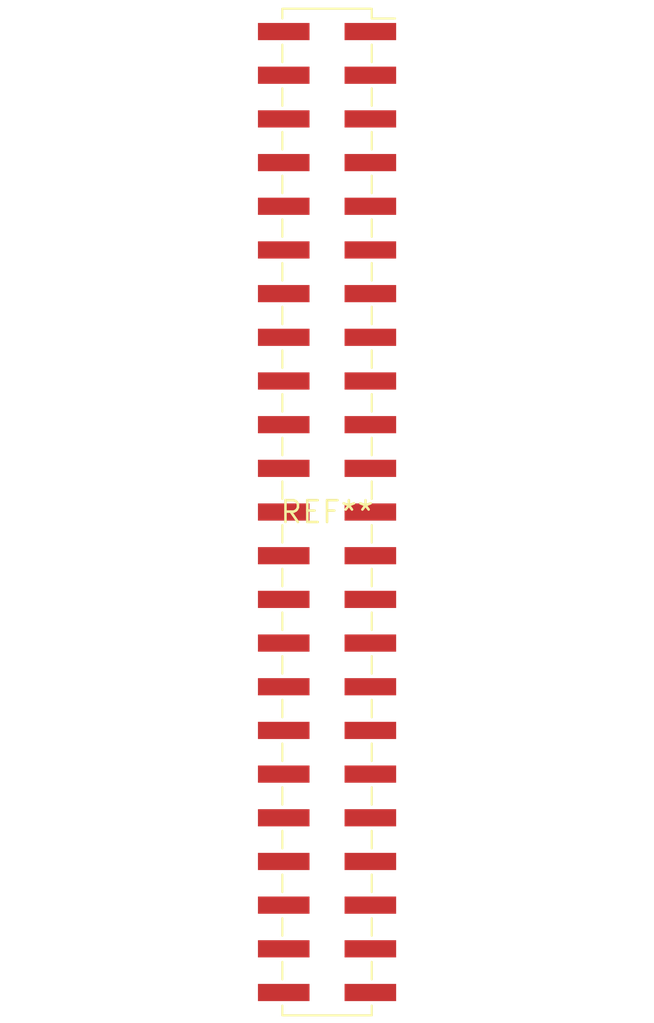
<source format=kicad_pcb>
(kicad_pcb (version 20240108) (generator pcbnew)
  (layers (0 "F.Cu" signal) (31 "B.Cu" signal) (34 "B.Paste" user) (35 "F.Paste" user) (36 "B.SilkS" user "B.Silkscreen") (37 "F.SilkS" user "F.Silkscreen") (38 "B.Mask" user) (39 "F.Mask" user) (44 "Edge.Cuts" user))
  (net 0 "")
  (footprint "PinSocket_2x23_P2.54mm_Vertical_SMD" (layer "F.Cu") (at 0 0)
    (property "Reference" "REF**")
    (property "Value" "PinSocket_2x23_P2.54mm_Vertical_SMD")
    (fp_line (start -2.6 -29.27) (end -2.6 -28.7) (layer "F.SilkS") (stroke (width 0.12)))
    (fp_line (start -2.6 -29.27) (end 2.6 -29.27) (layer "F.SilkS") (stroke (width 0.12)))
    (fp_line (start -2.6 -27.18) (end -2.6 -26.16) (layer "F.SilkS") (stroke (width 0.12)))
    (fp_line (start -2.6 -24.64) (end -2.6 -23.62) (layer "F.SilkS") (stroke (width 0.12)))
    (fp_line (start -2.6 -22.1) (end -2.6 -21.08) (layer "F.SilkS") (stroke (width 0.12)))
    (fp_line (start -2.6 -19.56) (end -2.6 -18.54) (layer "F.SilkS") (stroke (width 0.12)))
    (fp_line (start -2.6 -17.02) (end -2.6 -16) (layer "F.SilkS") (stroke (width 0.12)))
    (fp_line (start -2.6 -14.48) (end -2.6 -13.46) (layer "F.SilkS") (stroke (width 0.12)))
    (fp_line (start -2.6 -11.94) (end -2.6 -10.92) (layer "F.SilkS") (stroke (width 0.12)))
    (fp_line (start -2.6 -9.4) (end -2.6 -8.38) (layer "F.SilkS") (stroke (width 0.12)))
    (fp_line (start -2.6 -6.86) (end -2.6 -5.84) (layer "F.SilkS") (stroke (width 0.12)))
    (fp_line (start -2.6 -4.32) (end -2.6 -3.3) (layer "F.SilkS") (stroke (width 0.12)))
    (fp_line (start -2.6 -1.78) (end -2.6 -0.76) (layer "F.SilkS") (stroke (width 0.12)))
    (fp_line (start -2.6 0.76) (end -2.6 1.78) (layer "F.SilkS") (stroke (width 0.12)))
    (fp_line (start -2.6 3.3) (end -2.6 4.32) (layer "F.SilkS") (stroke (width 0.12)))
    (fp_line (start -2.6 5.84) (end -2.6 6.86) (layer "F.SilkS") (stroke (width 0.12)))
    (fp_line (start -2.6 8.38) (end -2.6 9.4) (layer "F.SilkS") (stroke (width 0.12)))
    (fp_line (start -2.6 10.92) (end -2.6 11.94) (layer "F.SilkS") (stroke (width 0.12)))
    (fp_line (start -2.6 13.46) (end -2.6 14.48) (layer "F.SilkS") (stroke (width 0.12)))
    (fp_line (start -2.6 16) (end -2.6 17.02) (layer "F.SilkS") (stroke (width 0.12)))
    (fp_line (start -2.6 18.54) (end -2.6 19.56) (layer "F.SilkS") (stroke (width 0.12)))
    (fp_line (start -2.6 21.08) (end -2.6 22.1) (layer "F.SilkS") (stroke (width 0.12)))
    (fp_line (start -2.6 23.62) (end -2.6 24.64) (layer "F.SilkS") (stroke (width 0.12)))
    (fp_line (start -2.6 26.16) (end -2.6 27.18) (layer "F.SilkS") (stroke (width 0.12)))
    (fp_line (start -2.6 28.7) (end -2.6 29.27) (layer "F.SilkS") (stroke (width 0.12)))
    (fp_line (start -2.6 29.27) (end 2.6 29.27) (layer "F.SilkS") (stroke (width 0.12)))
    (fp_line (start 2.6 -29.27) (end 2.6 -28.7) (layer "F.SilkS") (stroke (width 0.12)))
    (fp_line (start 2.6 -28.7) (end 3.96 -28.7) (layer "F.SilkS") (stroke (width 0.12)))
    (fp_line (start 2.6 -27.18) (end 2.6 -26.16) (layer "F.SilkS") (stroke (width 0.12)))
    (fp_line (start 2.6 -24.64) (end 2.6 -23.62) (layer "F.SilkS") (stroke (width 0.12)))
    (fp_line (start 2.6 -22.1) (end 2.6 -21.08) (layer "F.SilkS") (stroke (width 0.12)))
    (fp_line (start 2.6 -19.56) (end 2.6 -18.54) (layer "F.SilkS") (stroke (width 0.12)))
    (fp_line (start 2.6 -17.02) (end 2.6 -16) (layer "F.SilkS") (stroke (width 0.12)))
    (fp_line (start 2.6 -14.48) (end 2.6 -13.46) (layer "F.SilkS") (stroke (width 0.12)))
    (fp_line (start 2.6 -11.94) (end 2.6 -10.92) (layer "F.SilkS") (stroke (width 0.12)))
    (fp_line (start 2.6 -9.4) (end 2.6 -8.38) (layer "F.SilkS") (stroke (width 0.12)))
    (fp_line (start 2.6 -6.86) (end 2.6 -5.84) (layer "F.SilkS") (stroke (width 0.12)))
    (fp_line (start 2.6 -4.32) (end 2.6 -3.3) (layer "F.SilkS") (stroke (width 0.12)))
    (fp_line (start 2.6 -1.78) (end 2.6 -0.76) (layer "F.SilkS") (stroke (width 0.12)))
    (fp_line (start 2.6 0.76) (end 2.6 1.78) (layer "F.SilkS") (stroke (width 0.12)))
    (fp_line (start 2.6 3.3) (end 2.6 4.32) (layer "F.SilkS") (stroke (width 0.12)))
    (fp_line (start 2.6 5.84) (end 2.6 6.86) (layer "F.SilkS") (stroke (width 0.12)))
    (fp_line (start 2.6 8.38) (end 2.6 9.4) (layer "F.SilkS") (stroke (width 0.12)))
    (fp_line (start 2.6 10.92) (end 2.6 11.94) (layer "F.SilkS") (stroke (width 0.12)))
    (fp_line (start 2.6 13.46) (end 2.6 14.48) (layer "F.SilkS") (stroke (width 0.12)))
    (fp_line (start 2.6 16) (end 2.6 17.02) (layer "F.SilkS") (stroke (width 0.12)))
    (fp_line (start 2.6 18.54) (end 2.6 19.56) (layer "F.SilkS") (stroke (width 0.12)))
    (fp_line (start 2.6 21.08) (end 2.6 22.1) (layer "F.SilkS") (stroke (width 0.12)))
    (fp_line (start 2.6 23.62) (end 2.6 24.64) (layer "F.SilkS") (stroke (width 0.12)))
    (fp_line (start 2.6 26.16) (end 2.6 27.18) (layer "F.SilkS") (stroke (width 0.12)))
    (fp_line (start 2.6 28.7) (end 2.6 29.27) (layer "F.SilkS") (stroke (width 0.12)))
    (pad "1" smd rect (at 2.52 -27.94) (size 3 1) (layers "F.Cu" "F.Paste" "F.Mask"))
    (pad "2" smd rect (at -2.52 -27.94) (size 3 1) (layers "F.Cu" "F.Paste" "F.Mask"))
    (pad "3" smd rect (at 2.52 -25.4) (size 3 1) (layers "F.Cu" "F.Paste" "F.Mask"))
    (pad "4" smd rect (at -2.52 -25.4) (size 3 1) (layers "F.Cu" "F.Paste" "F.Mask"))
    (pad "5" smd rect (at 2.52 -22.86) (size 3 1) (layers "F.Cu" "F.Paste" "F.Mask"))
    (pad "6" smd rect (at -2.52 -22.86) (size 3 1) (layers "F.Cu" "F.Paste" "F.Mask"))
    (pad "7" smd rect (at 2.52 -20.32) (size 3 1) (layers "F.Cu" "F.Paste" "F.Mask"))
    (pad "8" smd rect (at -2.52 -20.32) (size 3 1) (layers "F.Cu" "F.Paste" "F.Mask"))
    (pad "9" smd rect (at 2.52 -17.78) (size 3 1) (layers "F.Cu" "F.Paste" "F.Mask"))
    (pad "10" smd rect (at -2.52 -17.78) (size 3 1) (layers "F.Cu" "F.Paste" "F.Mask"))
    (pad "11" smd rect (at 2.52 -15.24) (size 3 1) (layers "F.Cu" "F.Paste" "F.Mask"))
    (pad "12" smd rect (at -2.52 -15.24) (size 3 1) (layers "F.Cu" "F.Paste" "F.Mask"))
    (pad "13" smd rect (at 2.52 -12.7) (size 3 1) (layers "F.Cu" "F.Paste" "F.Mask"))
    (pad "14" smd rect (at -2.52 -12.7) (size 3 1) (layers "F.Cu" "F.Paste" "F.Mask"))
    (pad "15" smd rect (at 2.52 -10.16) (size 3 1) (layers "F.Cu" "F.Paste" "F.Mask"))
    (pad "16" smd rect (at -2.52 -10.16) (size 3 1) (layers "F.Cu" "F.Paste" "F.Mask"))
    (pad "17" smd rect (at 2.52 -7.62) (size 3 1) (layers "F.Cu" "F.Paste" "F.Mask"))
    (pad "18" smd rect (at -2.52 -7.62) (size 3 1) (layers "F.Cu" "F.Paste" "F.Mask"))
    (pad "19" smd rect (at 2.52 -5.08) (size 3 1) (layers "F.Cu" "F.Paste" "F.Mask"))
    (pad "20" smd rect (at -2.52 -5.08) (size 3 1) (layers "F.Cu" "F.Paste" "F.Mask"))
    (pad "21" smd rect (at 2.52 -2.54) (size 3 1) (layers "F.Cu" "F.Paste" "F.Mask"))
    (pad "22" smd rect (at -2.52 -2.54) (size 3 1) (layers "F.Cu" "F.Paste" "F.Mask"))
    (pad "23" smd rect (at 2.52 0) (size 3 1) (layers "F.Cu" "F.Paste" "F.Mask"))
    (pad "24" smd rect (at -2.52 0) (size 3 1) (layers "F.Cu" "F.Paste" "F.Mask"))
    (pad "25" smd rect (at 2.52 2.54) (size 3 1) (layers "F.Cu" "F.Paste" "F.Mask"))
    (pad "26" smd rect (at -2.52 2.54) (size 3 1) (layers "F.Cu" "F.Paste" "F.Mask"))
    (pad "27" smd rect (at 2.52 5.08) (size 3 1) (layers "F.Cu" "F.Paste" "F.Mask"))
    (pad "28" smd rect (at -2.52 5.08) (size 3 1) (layers "F.Cu" "F.Paste" "F.Mask"))
    (pad "29" smd rect (at 2.52 7.62) (size 3 1) (layers "F.Cu" "F.Paste" "F.Mask"))
    (pad "30" smd rect (at -2.52 7.62) (size 3 1) (layers "F.Cu" "F.Paste" "F.Mask"))
    (pad "31" smd rect (at 2.52 10.16) (size 3 1) (layers "F.Cu" "F.Paste" "F.Mask"))
    (pad "32" smd rect (at -2.52 10.16) (size 3 1) (layers "F.Cu" "F.Paste" "F.Mask"))
    (pad "33" smd rect (at 2.52 12.7) (size 3 1) (layers "F.Cu" "F.Paste" "F.Mask"))
    (pad "34" smd rect (at -2.52 12.7) (size 3 1) (layers "F.Cu" "F.Paste" "F.Mask"))
    (pad "35" smd rect (at 2.52 15.24) (size 3 1) (layers "F.Cu" "F.Paste" "F.Mask"))
    (pad "36" smd rect (at -2.52 15.24) (size 3 1) (layers "F.Cu" "F.Paste" "F.Mask"))
    (pad "37" smd rect (at 2.52 17.78) (size 3 1) (layers "F.Cu" "F.Paste" "F.Mask"))
    (pad "38" smd rect (at -2.52 17.78) (size 3 1) (layers "F.Cu" "F.Paste" "F.Mask"))
    (pad "39" smd rect (at 2.52 20.32) (size 3 1) (layers "F.Cu" "F.Paste" "F.Mask"))
    (pad "40" smd rect (at -2.52 20.32) (size 3 1) (layers "F.Cu" "F.Paste" "F.Mask"))
    (pad "41" smd rect (at 2.52 22.86) (size 3 1) (layers "F.Cu" "F.Paste" "F.Mask"))
    (pad "42" smd rect (at -2.52 22.86) (size 3 1) (layers "F.Cu" "F.Paste" "F.Mask"))
    (pad "43" smd rect (at 2.52 25.4) (size 3 1) (layers "F.Cu" "F.Paste" "F.Mask"))
    (pad "44" smd rect (at -2.52 25.4) (size 3 1) (layers "F.Cu" "F.Paste" "F.Mask"))
    (pad "45" smd rect (at 2.52 27.94) (size 3 1) (layers "F.Cu" "F.Paste" "F.Mask"))
    (pad "46" smd rect (at -2.52 27.94) (size 3 1) (layers "F.Cu" "F.Paste" "F.Mask"))
  )
)
</source>
